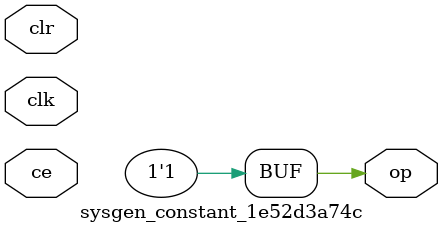
<source format=v>
module sysgen_constant_1e52d3a74c (
  output [(1 - 1):0] op,
  input clk,
  input ce,
  input clr);
  assign op = 1'b1;
endmodule
</source>
